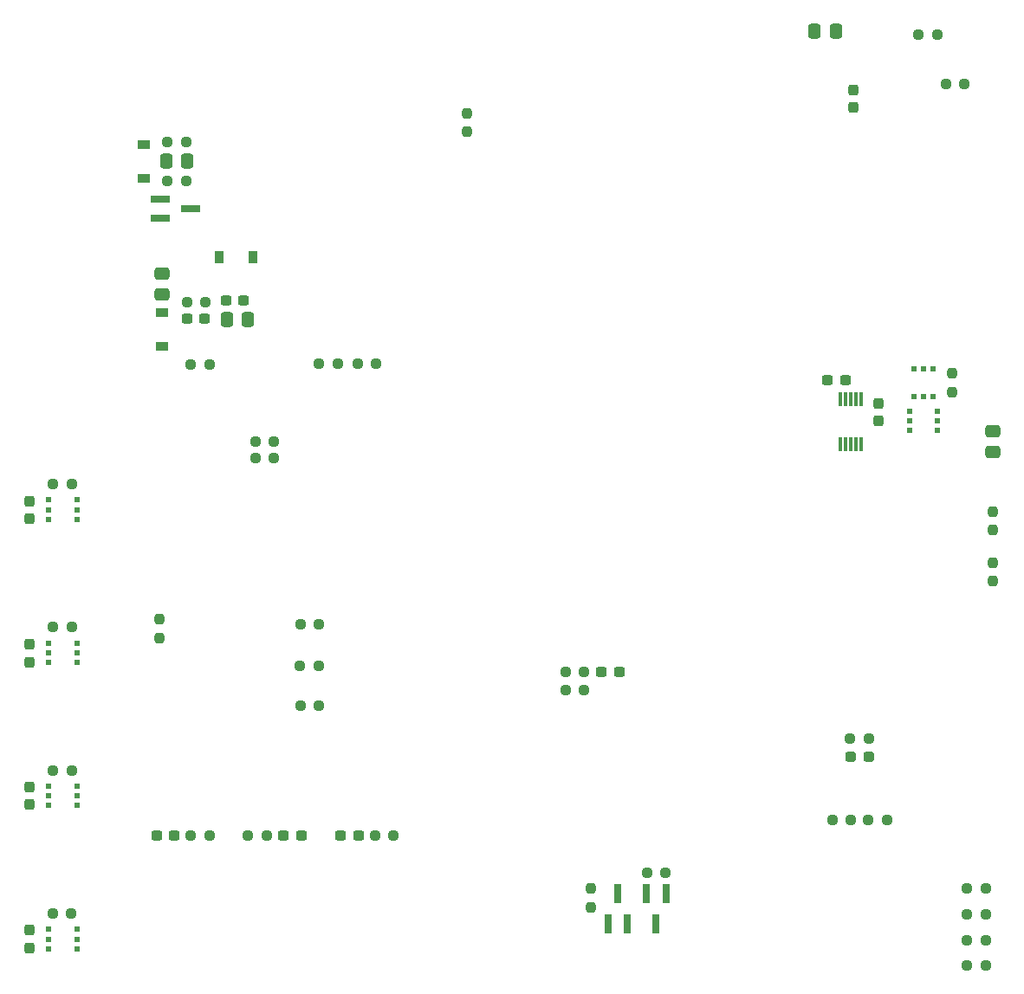
<source format=gbp>
%TF.GenerationSoftware,KiCad,Pcbnew,(6.0.11)*%
%TF.CreationDate,2023-08-10T00:19:00+09:00*%
%TF.ProjectId,main,6d61696e-2e6b-4696-9361-645f70636258,rev?*%
%TF.SameCoordinates,Original*%
%TF.FileFunction,Paste,Bot*%
%TF.FilePolarity,Positive*%
%FSLAX46Y46*%
G04 Gerber Fmt 4.6, Leading zero omitted, Abs format (unit mm)*
G04 Created by KiCad (PCBNEW (6.0.11)) date 2023-08-10 00:19:00*
%MOMM*%
%LPD*%
G01*
G04 APERTURE LIST*
G04 Aperture macros list*
%AMRoundRect*
0 Rectangle with rounded corners*
0 $1 Rounding radius*
0 $2 $3 $4 $5 $6 $7 $8 $9 X,Y pos of 4 corners*
0 Add a 4 corners polygon primitive as box body*
4,1,4,$2,$3,$4,$5,$6,$7,$8,$9,$2,$3,0*
0 Add four circle primitives for the rounded corners*
1,1,$1+$1,$2,$3*
1,1,$1+$1,$4,$5*
1,1,$1+$1,$6,$7*
1,1,$1+$1,$8,$9*
0 Add four rect primitives between the rounded corners*
20,1,$1+$1,$2,$3,$4,$5,0*
20,1,$1+$1,$4,$5,$6,$7,0*
20,1,$1+$1,$6,$7,$8,$9,0*
20,1,$1+$1,$8,$9,$2,$3,0*%
G04 Aperture macros list end*
%ADD10R,0.800000X1.900000*%
%ADD11RoundRect,0.237500X-0.300000X-0.237500X0.300000X-0.237500X0.300000X0.237500X-0.300000X0.237500X0*%
%ADD12RoundRect,0.250000X0.475000X-0.337500X0.475000X0.337500X-0.475000X0.337500X-0.475000X-0.337500X0*%
%ADD13RoundRect,0.237500X0.250000X0.237500X-0.250000X0.237500X-0.250000X-0.237500X0.250000X-0.237500X0*%
%ADD14RoundRect,0.237500X-0.250000X-0.237500X0.250000X-0.237500X0.250000X0.237500X-0.250000X0.237500X0*%
%ADD15RoundRect,0.237500X-0.237500X0.300000X-0.237500X-0.300000X0.237500X-0.300000X0.237500X0.300000X0*%
%ADD16RoundRect,0.237500X-0.237500X0.250000X-0.237500X-0.250000X0.237500X-0.250000X0.237500X0.250000X0*%
%ADD17RoundRect,0.237500X0.300000X0.237500X-0.300000X0.237500X-0.300000X-0.237500X0.300000X-0.237500X0*%
%ADD18R,1.200000X0.900000*%
%ADD19RoundRect,0.237500X0.237500X-0.300000X0.237500X0.300000X-0.237500X0.300000X-0.237500X-0.300000X0*%
%ADD20R,0.575000X0.620000*%
%ADD21RoundRect,0.250000X0.337500X0.475000X-0.337500X0.475000X-0.337500X-0.475000X0.337500X-0.475000X0*%
%ADD22R,0.300000X1.400000*%
%ADD23R,0.900000X1.200000*%
%ADD24RoundRect,0.237500X0.287500X0.237500X-0.287500X0.237500X-0.287500X-0.237500X0.287500X-0.237500X0*%
%ADD25RoundRect,0.237500X0.237500X-0.250000X0.237500X0.250000X-0.237500X0.250000X-0.237500X-0.250000X0*%
%ADD26R,0.620000X0.575000*%
%ADD27RoundRect,0.250000X-0.337500X-0.475000X0.337500X-0.475000X0.337500X0.475000X-0.337500X0.475000X0*%
%ADD28R,1.900000X0.800000*%
G04 APERTURE END LIST*
D10*
%TO.C,Q12*%
X120720000Y-142140000D03*
X118820000Y-142140000D03*
X119770000Y-139140000D03*
%TD*%
D11*
%TO.C,C30*%
X92687500Y-133440000D03*
X94412500Y-133440000D03*
%TD*%
D12*
%TO.C,C2*%
X156400000Y-95967500D03*
X156400000Y-93892500D03*
%TD*%
D13*
%TO.C,R19*%
X146062500Y-131902500D03*
X144237500Y-131902500D03*
%TD*%
D14*
%TO.C,R45*%
X88737500Y-120740000D03*
X90562500Y-120740000D03*
%TD*%
D10*
%TO.C,Q13*%
X122570000Y-139140000D03*
X124470000Y-139140000D03*
X123520000Y-142140000D03*
%TD*%
D13*
%TO.C,R10*%
X153662500Y-59940000D03*
X151837500Y-59940000D03*
%TD*%
D15*
%TO.C,C4*%
X145250000Y-91177500D03*
X145250000Y-92902500D03*
%TD*%
D16*
%TO.C,R9*%
X74950000Y-112327500D03*
X74950000Y-114152500D03*
%TD*%
D17*
%TO.C,C23*%
X76412500Y-133440000D03*
X74687500Y-133440000D03*
%TD*%
%TO.C,C3*%
X142012500Y-88940000D03*
X140287500Y-88940000D03*
%TD*%
D14*
%TO.C,R61*%
X64537500Y-141090000D03*
X66362500Y-141090000D03*
%TD*%
D18*
%TO.C,D1*%
X73450000Y-65890000D03*
X73450000Y-69190000D03*
%TD*%
D14*
%TO.C,R3*%
X75737500Y-65690000D03*
X77562500Y-65690000D03*
%TD*%
D13*
%TO.C,R11*%
X150962500Y-55140000D03*
X149137500Y-55140000D03*
%TD*%
D19*
%TO.C,C8*%
X142750000Y-62302500D03*
X142750000Y-60577500D03*
%TD*%
D20*
%TO.C,Q20*%
X64112000Y-144540000D03*
X64112000Y-143590000D03*
X64112000Y-142640000D03*
X66888000Y-142640000D03*
X66888000Y-143590000D03*
X66888000Y-144540000D03*
%TD*%
D16*
%TO.C,R50*%
X117150000Y-138627500D03*
X117150000Y-140452500D03*
%TD*%
%TO.C,R4*%
X156400000Y-101767500D03*
X156400000Y-103592500D03*
%TD*%
D13*
%TO.C,R27*%
X155712500Y-138670000D03*
X153887500Y-138670000D03*
%TD*%
D20*
%TO.C,Q4*%
X148262000Y-93880000D03*
X148262000Y-92930000D03*
X148262000Y-91980000D03*
X151038000Y-91980000D03*
X151038000Y-92930000D03*
X151038000Y-93880000D03*
%TD*%
D13*
%TO.C,R5*%
X77562500Y-69490000D03*
X75737500Y-69490000D03*
%TD*%
%TO.C,R13*%
X79462500Y-81340000D03*
X77637500Y-81340000D03*
%TD*%
D19*
%TO.C,C32*%
X62250000Y-102502500D03*
X62250000Y-100777500D03*
%TD*%
D21*
%TO.C,C10*%
X83625000Y-82990000D03*
X81550000Y-82990000D03*
%TD*%
D22*
%TO.C,U1*%
X143550000Y-95192500D03*
X143050000Y-95192500D03*
X142550000Y-95192500D03*
X142050000Y-95192500D03*
X141550000Y-95192500D03*
X141550000Y-90792500D03*
X142050000Y-90792500D03*
X142550000Y-90792500D03*
X143050000Y-90792500D03*
X143550000Y-90792500D03*
%TD*%
D19*
%TO.C,C36*%
X62250000Y-144452500D03*
X62250000Y-142727500D03*
%TD*%
D20*
%TO.C,Q19*%
X64112000Y-130540000D03*
X64112000Y-129590000D03*
X64112000Y-128640000D03*
X66888000Y-128640000D03*
X66888000Y-129590000D03*
X66888000Y-130540000D03*
%TD*%
D18*
%TO.C,D4*%
X75250000Y-82290000D03*
X75250000Y-85590000D03*
%TD*%
D17*
%TO.C,C28*%
X88812500Y-133440000D03*
X87087500Y-133440000D03*
%TD*%
D13*
%TO.C,R8*%
X86150000Y-96540000D03*
X84325000Y-96540000D03*
%TD*%
D12*
%TO.C,C11*%
X75250000Y-80577500D03*
X75250000Y-78502500D03*
%TD*%
D13*
%TO.C,R42*%
X116462500Y-119240000D03*
X114637500Y-119240000D03*
%TD*%
D14*
%TO.C,R60*%
X64587500Y-127090000D03*
X66412500Y-127090000D03*
%TD*%
D23*
%TO.C,D5*%
X80800000Y-76940000D03*
X84100000Y-76940000D03*
%TD*%
D20*
%TO.C,Q17*%
X64112000Y-102540000D03*
X64112000Y-101590000D03*
X64112000Y-100640000D03*
X66888000Y-100640000D03*
X66888000Y-101590000D03*
X66888000Y-102540000D03*
%TD*%
D14*
%TO.C,R20*%
X140737500Y-131902500D03*
X142562500Y-131902500D03*
%TD*%
D24*
%TO.C,D6*%
X144275000Y-125740000D03*
X142525000Y-125740000D03*
%TD*%
D25*
%TO.C,R2*%
X156400000Y-108592500D03*
X156400000Y-106767500D03*
%TD*%
D14*
%TO.C,R7*%
X84325000Y-94940000D03*
X86150000Y-94940000D03*
%TD*%
D21*
%TO.C,C6*%
X141087500Y-54790000D03*
X139012500Y-54790000D03*
%TD*%
D14*
%TO.C,R37*%
X88737500Y-112840000D03*
X90562500Y-112840000D03*
%TD*%
D26*
%TO.C,Q5*%
X148700000Y-87792000D03*
X149650000Y-87792000D03*
X150600000Y-87792000D03*
X150600000Y-90568000D03*
X149650000Y-90568000D03*
X148700000Y-90568000D03*
%TD*%
D14*
%TO.C,R44*%
X88725000Y-116840000D03*
X90550000Y-116840000D03*
%TD*%
D13*
%TO.C,R29*%
X155712500Y-143670000D03*
X153887500Y-143670000D03*
%TD*%
%TO.C,R22*%
X92412500Y-87340000D03*
X90587500Y-87340000D03*
%TD*%
D19*
%TO.C,C34*%
X62250000Y-130452500D03*
X62250000Y-128727500D03*
%TD*%
D13*
%TO.C,R28*%
X155712500Y-141170000D03*
X153887500Y-141170000D03*
%TD*%
%TO.C,R17*%
X144312500Y-123990000D03*
X142487500Y-123990000D03*
%TD*%
D27*
%TO.C,C1*%
X75612500Y-67540000D03*
X77687500Y-67540000D03*
%TD*%
D20*
%TO.C,Q18*%
X64112000Y-116540000D03*
X64112000Y-115590000D03*
X64112000Y-114640000D03*
X66888000Y-114640000D03*
X66888000Y-115590000D03*
X66888000Y-116540000D03*
%TD*%
D19*
%TO.C,C33*%
X62250000Y-116502500D03*
X62250000Y-114777500D03*
%TD*%
D13*
%TO.C,R41*%
X116462500Y-117490000D03*
X114637500Y-117490000D03*
%TD*%
D14*
%TO.C,R55*%
X64587500Y-99090000D03*
X66412500Y-99090000D03*
%TD*%
%TO.C,R25*%
X94337500Y-87340000D03*
X96162500Y-87340000D03*
%TD*%
D13*
%TO.C,R46*%
X97862500Y-133440000D03*
X96037500Y-133440000D03*
%TD*%
D14*
%TO.C,R43*%
X83637500Y-133440000D03*
X85462500Y-133440000D03*
%TD*%
D13*
%TO.C,R30*%
X155712500Y-146170000D03*
X153887500Y-146170000D03*
%TD*%
D17*
%TO.C,C13*%
X83212500Y-81140000D03*
X81487500Y-81140000D03*
%TD*%
D16*
%TO.C,R14*%
X152400000Y-88267500D03*
X152400000Y-90092500D03*
%TD*%
D11*
%TO.C,C12*%
X77687500Y-82940000D03*
X79412500Y-82940000D03*
%TD*%
%TO.C,C29*%
X118187500Y-117490000D03*
X119912500Y-117490000D03*
%TD*%
D13*
%TO.C,R49*%
X124432500Y-137140000D03*
X122607500Y-137140000D03*
%TD*%
D14*
%TO.C,R56*%
X64587500Y-113090000D03*
X66412500Y-113090000D03*
%TD*%
D13*
%TO.C,R31*%
X79862500Y-133440000D03*
X78037500Y-133440000D03*
%TD*%
D28*
%TO.C,Q2*%
X75050000Y-73140000D03*
X75050000Y-71240000D03*
X78050000Y-72190000D03*
%TD*%
D25*
%TO.C,R16*%
X105050000Y-64652500D03*
X105050000Y-62827500D03*
%TD*%
D13*
%TO.C,R15*%
X79875000Y-87440000D03*
X78050000Y-87440000D03*
%TD*%
M02*

</source>
